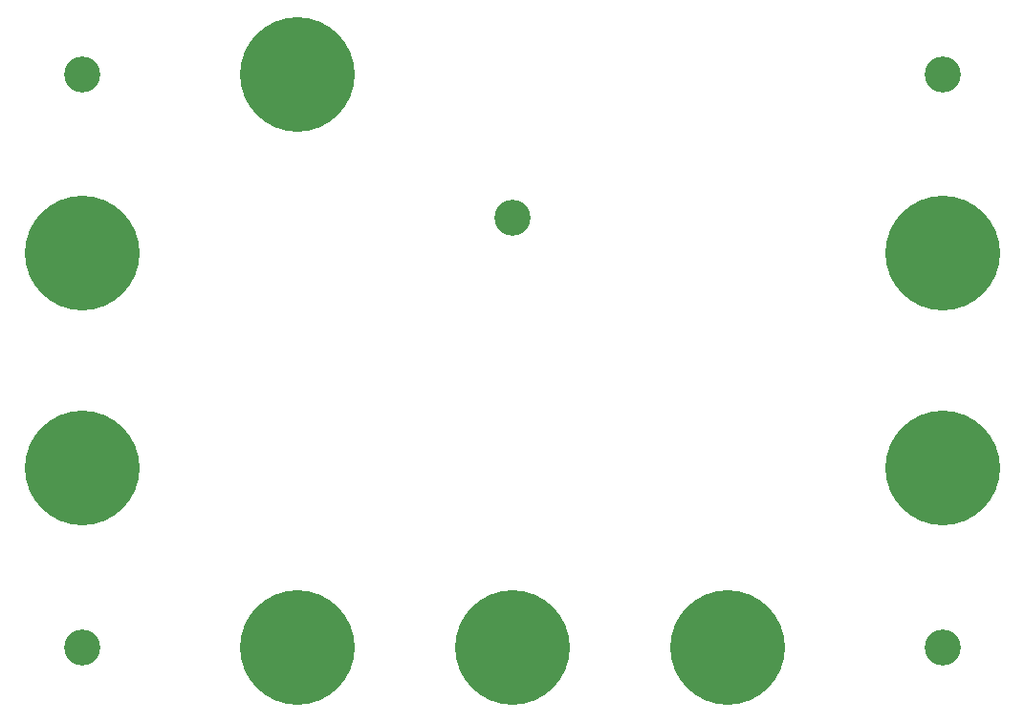
<source format=gbr>
%TF.GenerationSoftware,KiCad,Pcbnew,7.0.9*%
%TF.CreationDate,2023-11-14T16:15:09-06:00*%
%TF.ProjectId,to263-prototype,746f3236-332d-4707-926f-746f74797065,rev?*%
%TF.SameCoordinates,Original*%
%TF.FileFunction,Soldermask,Bot*%
%TF.FilePolarity,Negative*%
%FSLAX46Y46*%
G04 Gerber Fmt 4.6, Leading zero omitted, Abs format (unit mm)*
G04 Created by KiCad (PCBNEW 7.0.9) date 2023-11-14 16:15:09*
%MOMM*%
%LPD*%
G01*
G04 APERTURE LIST*
%ADD10C,3.200000*%
%ADD11C,10.160000*%
G04 APERTURE END LIST*
D10*
%TO.C,REF\u002A\u002A*%
X127000000Y-101600000D03*
%TD*%
D11*
%TO.C,J8*%
X69850000Y-50800000D03*
%TD*%
D10*
%TO.C,REF\u002A\u002A*%
X50800000Y-101600000D03*
%TD*%
%TO.C,REF\u002A\u002A*%
X50800000Y-50800000D03*
%TD*%
%TO.C,REF\u002A\u002A*%
X88900000Y-63500000D03*
%TD*%
D11*
%TO.C,J4*%
X88900000Y-101600000D03*
%TD*%
%TO.C,J1*%
X50800000Y-66675000D03*
%TD*%
%TO.C,J3*%
X69850000Y-101600000D03*
%TD*%
%TO.C,J6*%
X127000000Y-85725000D03*
%TD*%
%TO.C,J5*%
X107950000Y-101600000D03*
%TD*%
D10*
%TO.C,REF\u002A\u002A*%
X127000000Y-50800000D03*
%TD*%
D11*
%TO.C,J2*%
X50800000Y-85725000D03*
%TD*%
%TO.C,J7*%
X127000000Y-66675000D03*
%TD*%
M02*

</source>
